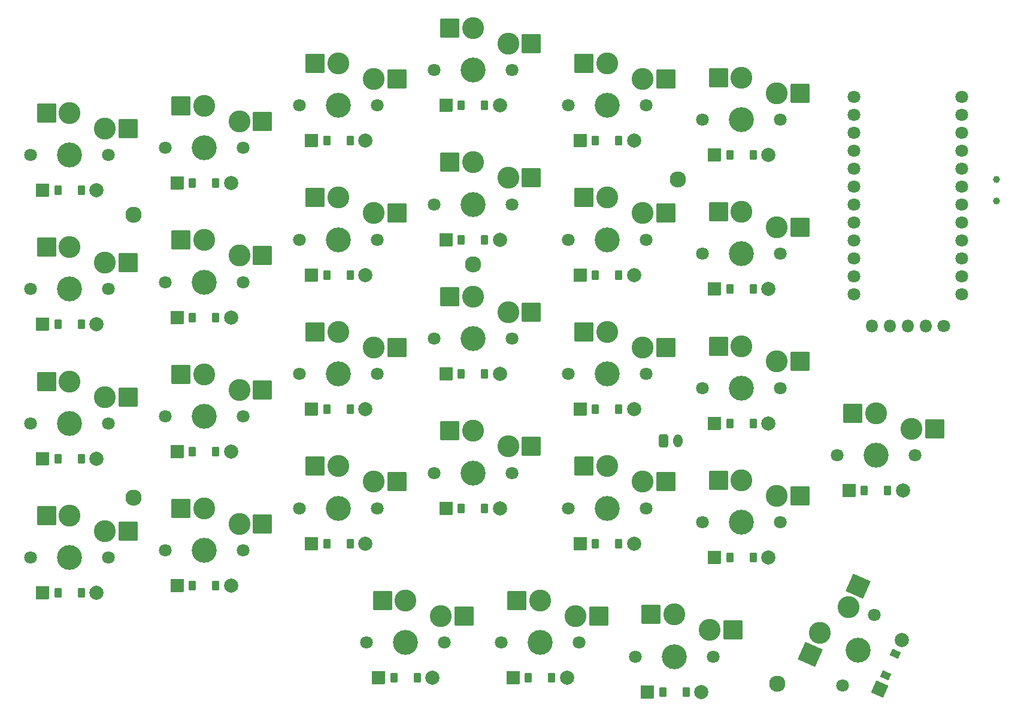
<source format=gbr>
%TF.GenerationSoftware,KiCad,Pcbnew,8.0.5*%
%TF.CreationDate,2024-11-30T23:52:13+01:00*%
%TF.ProjectId,left_finished,6c656674-5f66-4696-9e69-736865642e6b,v1.0.0*%
%TF.SameCoordinates,Original*%
%TF.FileFunction,Soldermask,Bot*%
%TF.FilePolarity,Negative*%
%FSLAX46Y46*%
G04 Gerber Fmt 4.6, Leading zero omitted, Abs format (unit mm)*
G04 Created by KiCad (PCBNEW 8.0.5) date 2024-11-30 23:52:13*
%MOMM*%
%LPD*%
G01*
G04 APERTURE LIST*
G04 Aperture macros list*
%AMRoundRect*
0 Rectangle with rounded corners*
0 $1 Rounding radius*
0 $2 $3 $4 $5 $6 $7 $8 $9 X,Y pos of 4 corners*
0 Add a 4 corners polygon primitive as box body*
4,1,4,$2,$3,$4,$5,$6,$7,$8,$9,$2,$3,0*
0 Add four circle primitives for the rounded corners*
1,1,$1+$1,$2,$3*
1,1,$1+$1,$4,$5*
1,1,$1+$1,$6,$7*
1,1,$1+$1,$8,$9*
0 Add four rect primitives between the rounded corners*
20,1,$1+$1,$2,$3,$4,$5,0*
20,1,$1+$1,$4,$5,$6,$7,0*
20,1,$1+$1,$6,$7,$8,$9,0*
20,1,$1+$1,$8,$9,$2,$3,0*%
G04 Aperture macros list end*
%ADD10C,2.300000*%
%ADD11C,1.801800*%
%ADD12C,3.100000*%
%ADD13C,3.529000*%
%ADD14RoundRect,0.050000X-1.300000X-1.300000X1.300000X-1.300000X1.300000X1.300000X-1.300000X1.300000X0*%
%ADD15RoundRect,0.050000X-0.889000X-0.889000X0.889000X-0.889000X0.889000X0.889000X-0.889000X0.889000X0*%
%ADD16RoundRect,0.050000X-0.450000X-0.600000X0.450000X-0.600000X0.450000X0.600000X-0.450000X0.600000X0*%
%ADD17C,2.005000*%
%ADD18C,1.800000*%
%ADD19RoundRect,0.050000X0.658851X-1.716367X1.716367X0.658851X-0.658851X1.716367X-1.716367X-0.658851X0*%
%ADD20RoundRect,0.050000X0.450553X-1.173731X1.173731X0.450553X-0.450553X1.173731X-1.173731X-0.450553X0*%
%ADD21RoundRect,0.050000X0.365096X-0.655137X0.731159X0.167053X-0.365096X0.655137X-0.731159X-0.167053X0*%
%ADD22O,1.800000X1.800000*%
%ADD23C,1.000000*%
%ADD24RoundRect,0.260000X0.390000X0.665000X-0.390000X0.665000X-0.390000X-0.665000X0.390000X-0.665000X0*%
%ADD25O,1.300000X1.850000*%
G04 APERTURE END LIST*
D10*
%TO.C,MH3*%
X157000000Y-121500000D03*
%TD*%
D11*
%TO.C,S18*%
X218500000Y-144000000D03*
D12*
X224000000Y-138050000D03*
D13*
X224000000Y-144000000D03*
D12*
X229000000Y-140250000D03*
D11*
X229500000Y-144000000D03*
D14*
X220725000Y-138050000D03*
X232275000Y-140250000D03*
%TD*%
D15*
%TO.C,D6*%
X163190000Y-155000000D03*
D16*
X165350000Y-155000000D03*
X168650000Y-155000000D03*
D17*
X170810000Y-155000000D03*
%TD*%
D15*
%TO.C,D13*%
X201190000Y-163000000D03*
D16*
X203350000Y-163000000D03*
X206650000Y-163000000D03*
D17*
X208810000Y-163000000D03*
%TD*%
D15*
%TO.C,D16*%
X201190000Y-106000000D03*
D16*
X203350000Y-106000000D03*
X206650000Y-106000000D03*
D17*
X208810000Y-106000000D03*
%TD*%
D15*
%TO.C,D23*%
X239190000Y-132000000D03*
D16*
X241350000Y-132000000D03*
X244650000Y-132000000D03*
D17*
X246810000Y-132000000D03*
%TD*%
D15*
%TO.C,D2*%
X144190000Y-156000000D03*
D16*
X146350000Y-156000000D03*
X149650000Y-156000000D03*
D17*
X151810000Y-156000000D03*
%TD*%
D11*
%TO.C,S9*%
X180500000Y-163000000D03*
D12*
X186000000Y-157050000D03*
D13*
X186000000Y-163000000D03*
D12*
X191000000Y-159250000D03*
D11*
X191500000Y-163000000D03*
D14*
X182725000Y-157050000D03*
X194275000Y-159250000D03*
%TD*%
D15*
%TO.C,D29*%
X258190000Y-160500000D03*
D16*
X260350000Y-160500000D03*
X263650000Y-160500000D03*
D17*
X265810000Y-160500000D03*
%TD*%
D15*
%TO.C,D14*%
X201190000Y-144000000D03*
D16*
X203350000Y-144000000D03*
X206650000Y-144000000D03*
D17*
X208810000Y-144000000D03*
%TD*%
D11*
%TO.C,S27*%
X228000000Y-184000000D03*
D12*
X233500000Y-178050000D03*
D13*
X233500000Y-184000000D03*
D12*
X238500000Y-180250000D03*
D11*
X239000000Y-184000000D03*
D14*
X230225000Y-178050000D03*
X241775000Y-180250000D03*
%TD*%
D11*
%TO.C,S14*%
X199500000Y-139000000D03*
D12*
X205000000Y-133050000D03*
D13*
X205000000Y-139000000D03*
D12*
X210000000Y-135250000D03*
D11*
X210500000Y-139000000D03*
D14*
X201725000Y-133050000D03*
X213275000Y-135250000D03*
%TD*%
D18*
%TO.C,MCU1*%
X274120000Y-104800000D03*
X274120000Y-107340000D03*
X274120000Y-109880000D03*
X274120000Y-112420000D03*
X274120000Y-114960000D03*
X274120000Y-117500000D03*
X274120000Y-120040000D03*
X274120000Y-122580000D03*
X274120000Y-125120000D03*
X274120000Y-127660000D03*
X274120000Y-130200000D03*
X274120000Y-132740000D03*
X258880000Y-132740000D03*
X258880000Y-130200000D03*
X258880000Y-127660000D03*
X258880000Y-125120000D03*
X258880000Y-122580000D03*
X258880000Y-120040000D03*
X258880000Y-117500000D03*
X258880000Y-114960000D03*
X258880000Y-112420000D03*
X258880000Y-109880000D03*
X258880000Y-107340000D03*
X258880000Y-104800000D03*
%TD*%
D15*
%TO.C,D8*%
X163190000Y-117000000D03*
D16*
X165350000Y-117000000D03*
X168650000Y-117000000D03*
D17*
X170810000Y-117000000D03*
%TD*%
D11*
%TO.C,S21*%
X237500000Y-165000000D03*
D12*
X243000000Y-159050000D03*
D13*
X243000000Y-165000000D03*
D12*
X248000000Y-161250000D03*
D11*
X248500000Y-165000000D03*
D14*
X239725000Y-159050000D03*
X251275000Y-161250000D03*
%TD*%
D11*
%TO.C,S23*%
X237500000Y-127000000D03*
D12*
X243000000Y-121050000D03*
D13*
X243000000Y-127000000D03*
D12*
X248000000Y-123250000D03*
D11*
X248500000Y-127000000D03*
D14*
X239725000Y-121050000D03*
X251275000Y-123250000D03*
%TD*%
D15*
%TO.C,D11*%
X182190000Y-130000000D03*
D16*
X184350000Y-130000000D03*
X187650000Y-130000000D03*
D17*
X189810000Y-130000000D03*
%TD*%
D15*
%TO.C,D3*%
X144190000Y-137000000D03*
D16*
X146350000Y-137000000D03*
X149650000Y-137000000D03*
D17*
X151810000Y-137000000D03*
%TD*%
D11*
%TO.C,S6*%
X161500000Y-150000000D03*
D12*
X167000000Y-144050000D03*
D13*
X167000000Y-150000000D03*
D12*
X172000000Y-146250000D03*
D11*
X172500000Y-150000000D03*
D14*
X163725000Y-144050000D03*
X175275000Y-146250000D03*
%TD*%
D15*
%TO.C,D10*%
X182190000Y-149000000D03*
D16*
X184350000Y-149000000D03*
X187650000Y-149000000D03*
D17*
X189810000Y-149000000D03*
%TD*%
D10*
%TO.C,MH5*%
X205000000Y-128500000D03*
%TD*%
D15*
%TO.C,D18*%
X220190000Y-149000000D03*
D16*
X222350000Y-149000000D03*
X225650000Y-149000000D03*
D17*
X227810000Y-149000000D03*
%TD*%
D11*
%TO.C,S28*%
X257262948Y-188124500D03*
D12*
X254064405Y-180679917D03*
D13*
X259500000Y-183100000D03*
D12*
X258107888Y-177007010D03*
D11*
X261737052Y-178075500D03*
D19*
X252732342Y-183671778D03*
X259439950Y-174015149D03*
%TD*%
D11*
%TO.C,S8*%
X161500000Y-112000000D03*
D12*
X167000000Y-106050000D03*
D13*
X167000000Y-112000000D03*
D12*
X172000000Y-108250000D03*
D11*
X172500000Y-112000000D03*
D14*
X163725000Y-106050000D03*
X175275000Y-108250000D03*
%TD*%
D11*
%TO.C,S12*%
X180500000Y-106000000D03*
D12*
X186000000Y-100050000D03*
D13*
X186000000Y-106000000D03*
D12*
X191000000Y-102250000D03*
D11*
X191500000Y-106000000D03*
D14*
X182725000Y-100050000D03*
X194275000Y-102250000D03*
%TD*%
D20*
%TO.C,D28*%
X262518060Y-188614291D03*
D21*
X263396612Y-186641033D03*
X264738842Y-183626333D03*
D17*
X265617394Y-181653075D03*
%TD*%
D11*
%TO.C,S7*%
X161500000Y-131000000D03*
D12*
X167000000Y-125050000D03*
D13*
X167000000Y-131000000D03*
D12*
X172000000Y-127250000D03*
D11*
X172500000Y-131000000D03*
D14*
X163725000Y-125050000D03*
X175275000Y-127250000D03*
%TD*%
D15*
%TO.C,D17*%
X220190000Y-168000000D03*
D16*
X222350000Y-168000000D03*
X225650000Y-168000000D03*
D17*
X227810000Y-168000000D03*
%TD*%
D11*
%TO.C,S4*%
X142500000Y-113000000D03*
D12*
X148000000Y-107050000D03*
D13*
X148000000Y-113000000D03*
D12*
X153000000Y-109250000D03*
D11*
X153500000Y-113000000D03*
D14*
X144725000Y-107050000D03*
X156275000Y-109250000D03*
%TD*%
D11*
%TO.C,S3*%
X142500000Y-132000000D03*
D12*
X148000000Y-126050000D03*
D13*
X148000000Y-132000000D03*
D12*
X153000000Y-128250000D03*
D11*
X153500000Y-132000000D03*
D14*
X144725000Y-126050000D03*
X156275000Y-128250000D03*
%TD*%
D15*
%TO.C,D27*%
X229690000Y-189000000D03*
D16*
X231850000Y-189000000D03*
X235150000Y-189000000D03*
D17*
X237310000Y-189000000D03*
%TD*%
D11*
%TO.C,S26*%
X209000000Y-182000000D03*
D12*
X214500000Y-176050000D03*
D13*
X214500000Y-182000000D03*
D12*
X219500000Y-178250000D03*
D11*
X220000000Y-182000000D03*
D14*
X211225000Y-176050000D03*
X222775000Y-178250000D03*
%TD*%
D11*
%TO.C,S2*%
X142500000Y-151000000D03*
D12*
X148000000Y-145050000D03*
D13*
X148000000Y-151000000D03*
D12*
X153000000Y-147250000D03*
D11*
X153500000Y-151000000D03*
D14*
X144725000Y-145050000D03*
X156275000Y-147250000D03*
%TD*%
D15*
%TO.C,D25*%
X191690000Y-187000000D03*
D16*
X193850000Y-187000000D03*
X197150000Y-187000000D03*
D17*
X199310000Y-187000000D03*
%TD*%
D11*
%TO.C,S17*%
X218500000Y-163000000D03*
D12*
X224000000Y-157050000D03*
D13*
X224000000Y-163000000D03*
D12*
X229000000Y-159250000D03*
D11*
X229500000Y-163000000D03*
D14*
X220725000Y-157050000D03*
X232275000Y-159250000D03*
%TD*%
D10*
%TO.C,MH4*%
X234000000Y-116500000D03*
%TD*%
D15*
%TO.C,D26*%
X210690000Y-187000000D03*
D16*
X212850000Y-187000000D03*
X216150000Y-187000000D03*
D17*
X218310000Y-187000000D03*
%TD*%
D15*
%TO.C,D9*%
X182190000Y-168000000D03*
D16*
X184350000Y-168000000D03*
X187650000Y-168000000D03*
D17*
X189810000Y-168000000D03*
%TD*%
D10*
%TO.C,MH2*%
X157000000Y-161500000D03*
%TD*%
D11*
%TO.C,S25*%
X190000000Y-182000000D03*
D12*
X195500000Y-176050000D03*
D13*
X195500000Y-182000000D03*
D12*
X200500000Y-178250000D03*
D11*
X201000000Y-182000000D03*
D14*
X192225000Y-176050000D03*
X203775000Y-178250000D03*
%TD*%
D11*
%TO.C,S29*%
X256500000Y-155500000D03*
D12*
X262000000Y-149550000D03*
D13*
X262000000Y-155500000D03*
D12*
X267000000Y-151750000D03*
D11*
X267500000Y-155500000D03*
D14*
X258725000Y-149550000D03*
X270275000Y-151750000D03*
%TD*%
D11*
%TO.C,S16*%
X199500000Y-101000000D03*
D12*
X205000000Y-95050000D03*
D13*
X205000000Y-101000000D03*
D12*
X210000000Y-97250000D03*
D11*
X210500000Y-101000000D03*
D14*
X201725000Y-95050000D03*
X213275000Y-97250000D03*
%TD*%
D11*
%TO.C,S5*%
X161500000Y-169000000D03*
D12*
X167000000Y-163050000D03*
D13*
X167000000Y-169000000D03*
D12*
X172000000Y-165250000D03*
D11*
X172500000Y-169000000D03*
D14*
X163725000Y-163050000D03*
X175275000Y-165250000D03*
%TD*%
D15*
%TO.C,D7*%
X163190000Y-136000000D03*
D16*
X165350000Y-136000000D03*
X168650000Y-136000000D03*
D17*
X170810000Y-136000000D03*
%TD*%
D11*
%TO.C,S10*%
X180500000Y-144000000D03*
D12*
X186000000Y-138050000D03*
D13*
X186000000Y-144000000D03*
D12*
X191000000Y-140250000D03*
D11*
X191500000Y-144000000D03*
D14*
X182725000Y-138050000D03*
X194275000Y-140250000D03*
%TD*%
D15*
%TO.C,D1*%
X144190000Y-175000000D03*
D16*
X146350000Y-175000000D03*
X149650000Y-175000000D03*
D17*
X151810000Y-175000000D03*
%TD*%
D10*
%TO.C,MH1*%
X248074234Y-187864648D03*
%TD*%
D15*
%TO.C,D19*%
X220190000Y-130000000D03*
D16*
X222350000Y-130000000D03*
X225650000Y-130000000D03*
D17*
X227810000Y-130000000D03*
%TD*%
D15*
%TO.C,D21*%
X239190000Y-170000000D03*
D16*
X241350000Y-170000000D03*
X244650000Y-170000000D03*
D17*
X246810000Y-170000000D03*
%TD*%
D15*
%TO.C,D24*%
X239190000Y-113000000D03*
D16*
X241350000Y-113000000D03*
X244650000Y-113000000D03*
D17*
X246810000Y-113000000D03*
%TD*%
D15*
%TO.C,D15*%
X201190000Y-125000000D03*
D16*
X203350000Y-125000000D03*
X206650000Y-125000000D03*
D17*
X208810000Y-125000000D03*
%TD*%
D15*
%TO.C,D4*%
X144190000Y-118000000D03*
D16*
X146350000Y-118000000D03*
X149650000Y-118000000D03*
D17*
X151810000Y-118000000D03*
%TD*%
D11*
%TO.C,S22*%
X237500000Y-146000000D03*
D12*
X243000000Y-140050000D03*
D13*
X243000000Y-146000000D03*
D12*
X248000000Y-142250000D03*
D11*
X248500000Y-146000000D03*
D14*
X239725000Y-140050000D03*
X251275000Y-142250000D03*
%TD*%
D11*
%TO.C,S19*%
X218500000Y-125000000D03*
D12*
X224000000Y-119050000D03*
D13*
X224000000Y-125000000D03*
D12*
X229000000Y-121250000D03*
D11*
X229500000Y-125000000D03*
D14*
X220725000Y-119050000D03*
X232275000Y-121250000D03*
%TD*%
D22*
%TO.C,DISP1*%
X261420000Y-137200000D03*
X263960000Y-137200000D03*
X266500000Y-137200000D03*
X269040000Y-137200000D03*
D18*
X271580000Y-137200000D03*
%TD*%
D15*
%TO.C,D12*%
X182190000Y-111000000D03*
D16*
X184350000Y-111000000D03*
X187650000Y-111000000D03*
D17*
X189810000Y-111000000D03*
%TD*%
D15*
%TO.C,D20*%
X220190000Y-111000000D03*
D16*
X222350000Y-111000000D03*
X225650000Y-111000000D03*
D17*
X227810000Y-111000000D03*
%TD*%
D15*
%TO.C,D22*%
X239190000Y-151000000D03*
D16*
X241350000Y-151000000D03*
X244650000Y-151000000D03*
D17*
X246810000Y-151000000D03*
%TD*%
D11*
%TO.C,S24*%
X237500000Y-108000000D03*
D12*
X243000000Y-102050000D03*
D13*
X243000000Y-108000000D03*
D12*
X248000000Y-104250000D03*
D11*
X248500000Y-108000000D03*
D14*
X239725000Y-102050000D03*
X251275000Y-104250000D03*
%TD*%
D11*
%TO.C,S20*%
X218500000Y-106000000D03*
D12*
X224000000Y-100050000D03*
D13*
X224000000Y-106000000D03*
D12*
X229000000Y-102250000D03*
D11*
X229500000Y-106000000D03*
D14*
X220725000Y-100050000D03*
X232275000Y-102250000D03*
%TD*%
D11*
%TO.C,S11*%
X180500000Y-125000000D03*
D12*
X186000000Y-119050000D03*
D13*
X186000000Y-125000000D03*
D12*
X191000000Y-121250000D03*
D11*
X191500000Y-125000000D03*
D14*
X182725000Y-119050000D03*
X194275000Y-121250000D03*
%TD*%
D15*
%TO.C,D5*%
X163190000Y-174000000D03*
D16*
X165350000Y-174000000D03*
X168650000Y-174000000D03*
D17*
X170810000Y-174000000D03*
%TD*%
D11*
%TO.C,S1*%
X142500000Y-170000000D03*
D12*
X148000000Y-164050000D03*
D13*
X148000000Y-170000000D03*
D12*
X153000000Y-166250000D03*
D11*
X153500000Y-170000000D03*
D14*
X144725000Y-164050000D03*
X156275000Y-166250000D03*
%TD*%
D23*
%TO.C,PWR1*%
X279025000Y-116500000D03*
X279025000Y-119500000D03*
%TD*%
D11*
%TO.C,S13*%
X199500000Y-158000000D03*
D12*
X205000000Y-152050000D03*
D13*
X205000000Y-158000000D03*
D12*
X210000000Y-154250000D03*
D11*
X210500000Y-158000000D03*
D14*
X201725000Y-152050000D03*
X213275000Y-154250000D03*
%TD*%
D11*
%TO.C,S15*%
X199500000Y-120000000D03*
D12*
X205000000Y-114050000D03*
D13*
X205000000Y-120000000D03*
D12*
X210000000Y-116250000D03*
D11*
X210500000Y-120000000D03*
D14*
X201725000Y-114050000D03*
X213275000Y-116250000D03*
%TD*%
D24*
%TO.C,JST1*%
X232000000Y-153500000D03*
D25*
X234000000Y-153500000D03*
%TD*%
M02*

</source>
